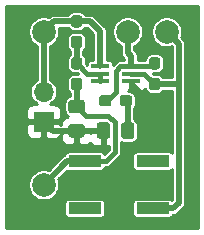
<source format=gbr>
%TF.GenerationSoftware,KiCad,Pcbnew,5.1.6*%
%TF.CreationDate,2020-08-27T23:48:47+02:00*%
%TF.ProjectId,power-toggle-on-hold-off,706f7765-722d-4746-9f67-676c652d6f6e,rev?*%
%TF.SameCoordinates,Original*%
%TF.FileFunction,Copper,L1,Top*%
%TF.FilePolarity,Positive*%
%FSLAX46Y46*%
G04 Gerber Fmt 4.6, Leading zero omitted, Abs format (unit mm)*
G04 Created by KiCad (PCBNEW 5.1.6) date 2020-08-27 23:48:47*
%MOMM*%
%LPD*%
G01*
G04 APERTURE LIST*
%TA.AperFunction,SMDPad,CuDef*%
%ADD10R,1.500000X0.400000*%
%TD*%
%TA.AperFunction,SMDPad,CuDef*%
%ADD11C,2.000000*%
%TD*%
%TA.AperFunction,SMDPad,CuDef*%
%ADD12R,2.750000X1.000000*%
%TD*%
%TA.AperFunction,ComponentPad*%
%ADD13O,1.700000X1.700000*%
%TD*%
%TA.AperFunction,ComponentPad*%
%ADD14R,1.700000X1.700000*%
%TD*%
%TA.AperFunction,Conductor*%
%ADD15C,0.500000*%
%TD*%
%TA.AperFunction,Conductor*%
%ADD16C,0.400000*%
%TD*%
%TA.AperFunction,Conductor*%
%ADD17C,0.254000*%
%TD*%
G04 APERTURE END LIST*
D10*
%TO.P,U1,6*%
%TO.N,Net-(R1-Pad2)*%
X57598000Y-38242000D03*
%TO.P,U1,5*%
X57598000Y-37592000D03*
%TO.P,U1,4*%
%TO.N,VCC*%
X57598000Y-36942000D03*
%TO.P,U1,3*%
%TO.N,Net-(R3-Pad1)*%
X60258000Y-36942000D03*
%TO.P,U1,2*%
%TO.N,Net-(R3-Pad2)*%
X60258000Y-37592000D03*
%TO.P,U1,1*%
%TO.N,GND*%
X60258000Y-38242000D03*
%TD*%
D11*
%TO.P,TP4,1*%
%TO.N,Net-(R3-Pad1)*%
X59944000Y-34036000D03*
%TD*%
%TO.P,TP3,1*%
%TO.N,Net-(R3-Pad2)*%
X63246000Y-34036000D03*
%TD*%
%TO.P,TP2,1*%
%TO.N,Net-(C1-Pad1)*%
X52832000Y-46990000D03*
%TD*%
%TO.P,TP1,1*%
%TO.N,VCC*%
X52832000Y-34036000D03*
%TD*%
D12*
%TO.P,SW1,2*%
%TO.N,Net-(R3-Pad2)*%
X62062000Y-48990000D03*
X56302000Y-48990000D03*
%TO.P,SW1,1*%
%TO.N,Net-(C1-Pad1)*%
X56302000Y-44990000D03*
X62062000Y-44990000D03*
%TD*%
%TO.P,R4,2*%
%TO.N,Net-(D1-Pad2)*%
%TA.AperFunction,SMDPad,CuDef*%
G36*
G01*
X59278000Y-40115500D02*
X59278000Y-39640500D01*
G75*
G02*
X59515500Y-39403000I237500J0D01*
G01*
X60090500Y-39403000D01*
G75*
G02*
X60328000Y-39640500I0J-237500D01*
G01*
X60328000Y-40115500D01*
G75*
G02*
X60090500Y-40353000I-237500J0D01*
G01*
X59515500Y-40353000D01*
G75*
G02*
X59278000Y-40115500I0J237500D01*
G01*
G37*
%TD.AperFunction*%
%TO.P,R4,1*%
%TO.N,Net-(R3-Pad1)*%
%TA.AperFunction,SMDPad,CuDef*%
G36*
G01*
X57528000Y-40115500D02*
X57528000Y-39640500D01*
G75*
G02*
X57765500Y-39403000I237500J0D01*
G01*
X58340500Y-39403000D01*
G75*
G02*
X58578000Y-39640500I0J-237500D01*
G01*
X58578000Y-40115500D01*
G75*
G02*
X58340500Y-40353000I-237500J0D01*
G01*
X57765500Y-40353000D01*
G75*
G02*
X57528000Y-40115500I0J237500D01*
G01*
G37*
%TD.AperFunction*%
%TD*%
%TO.P,R3,2*%
%TO.N,Net-(R3-Pad2)*%
%TA.AperFunction,SMDPad,CuDef*%
G36*
G01*
X61992500Y-37942000D02*
X62467500Y-37942000D01*
G75*
G02*
X62705000Y-38179500I0J-237500D01*
G01*
X62705000Y-38754500D01*
G75*
G02*
X62467500Y-38992000I-237500J0D01*
G01*
X61992500Y-38992000D01*
G75*
G02*
X61755000Y-38754500I0J237500D01*
G01*
X61755000Y-38179500D01*
G75*
G02*
X61992500Y-37942000I237500J0D01*
G01*
G37*
%TD.AperFunction*%
%TO.P,R3,1*%
%TO.N,Net-(R3-Pad1)*%
%TA.AperFunction,SMDPad,CuDef*%
G36*
G01*
X61992500Y-36192000D02*
X62467500Y-36192000D01*
G75*
G02*
X62705000Y-36429500I0J-237500D01*
G01*
X62705000Y-37004500D01*
G75*
G02*
X62467500Y-37242000I-237500J0D01*
G01*
X61992500Y-37242000D01*
G75*
G02*
X61755000Y-37004500I0J237500D01*
G01*
X61755000Y-36429500D01*
G75*
G02*
X61992500Y-36192000I237500J0D01*
G01*
G37*
%TD.AperFunction*%
%TD*%
%TO.P,R2,2*%
%TO.N,Net-(C1-Pad1)*%
%TA.AperFunction,SMDPad,CuDef*%
G36*
G01*
X55388500Y-37942000D02*
X55863500Y-37942000D01*
G75*
G02*
X56101000Y-38179500I0J-237500D01*
G01*
X56101000Y-38754500D01*
G75*
G02*
X55863500Y-38992000I-237500J0D01*
G01*
X55388500Y-38992000D01*
G75*
G02*
X55151000Y-38754500I0J237500D01*
G01*
X55151000Y-38179500D01*
G75*
G02*
X55388500Y-37942000I237500J0D01*
G01*
G37*
%TD.AperFunction*%
%TO.P,R2,1*%
%TO.N,Net-(R1-Pad2)*%
%TA.AperFunction,SMDPad,CuDef*%
G36*
G01*
X55388500Y-36192000D02*
X55863500Y-36192000D01*
G75*
G02*
X56101000Y-36429500I0J-237500D01*
G01*
X56101000Y-37004500D01*
G75*
G02*
X55863500Y-37242000I-237500J0D01*
G01*
X55388500Y-37242000D01*
G75*
G02*
X55151000Y-37004500I0J237500D01*
G01*
X55151000Y-36429500D01*
G75*
G02*
X55388500Y-36192000I237500J0D01*
G01*
G37*
%TD.AperFunction*%
%TD*%
%TO.P,R1,2*%
%TO.N,Net-(R1-Pad2)*%
%TA.AperFunction,SMDPad,CuDef*%
G36*
G01*
X55388500Y-34386000D02*
X55863500Y-34386000D01*
G75*
G02*
X56101000Y-34623500I0J-237500D01*
G01*
X56101000Y-35198500D01*
G75*
G02*
X55863500Y-35436000I-237500J0D01*
G01*
X55388500Y-35436000D01*
G75*
G02*
X55151000Y-35198500I0J237500D01*
G01*
X55151000Y-34623500D01*
G75*
G02*
X55388500Y-34386000I237500J0D01*
G01*
G37*
%TD.AperFunction*%
%TO.P,R1,1*%
%TO.N,VCC*%
%TA.AperFunction,SMDPad,CuDef*%
G36*
G01*
X55388500Y-32636000D02*
X55863500Y-32636000D01*
G75*
G02*
X56101000Y-32873500I0J-237500D01*
G01*
X56101000Y-33448500D01*
G75*
G02*
X55863500Y-33686000I-237500J0D01*
G01*
X55388500Y-33686000D01*
G75*
G02*
X55151000Y-33448500I0J237500D01*
G01*
X55151000Y-32873500D01*
G75*
G02*
X55388500Y-32636000I237500J0D01*
G01*
G37*
%TD.AperFunction*%
%TD*%
D13*
%TO.P,J1,2*%
%TO.N,VCC*%
X52832000Y-39116000D03*
D14*
%TO.P,J1,1*%
%TO.N,GND*%
X52832000Y-41656000D03*
%TD*%
%TO.P,D1,2*%
%TO.N,Net-(D1-Pad2)*%
%TA.AperFunction,SMDPad,CuDef*%
G36*
G01*
X59378000Y-42868001D02*
X59378000Y-41967999D01*
G75*
G02*
X59627999Y-41718000I249999J0D01*
G01*
X60278001Y-41718000D01*
G75*
G02*
X60528000Y-41967999I0J-249999D01*
G01*
X60528000Y-42868001D01*
G75*
G02*
X60278001Y-43118000I-249999J0D01*
G01*
X59627999Y-43118000D01*
G75*
G02*
X59378000Y-42868001I0J249999D01*
G01*
G37*
%TD.AperFunction*%
%TO.P,D1,1*%
%TO.N,GND*%
%TA.AperFunction,SMDPad,CuDef*%
G36*
G01*
X57328000Y-42868001D02*
X57328000Y-41967999D01*
G75*
G02*
X57577999Y-41718000I249999J0D01*
G01*
X58228001Y-41718000D01*
G75*
G02*
X58478000Y-41967999I0J-249999D01*
G01*
X58478000Y-42868001D01*
G75*
G02*
X58228001Y-43118000I-249999J0D01*
G01*
X57577999Y-43118000D01*
G75*
G02*
X57328000Y-42868001I0J249999D01*
G01*
G37*
%TD.AperFunction*%
%TD*%
%TO.P,C1,2*%
%TO.N,GND*%
%TA.AperFunction,SMDPad,CuDef*%
G36*
G01*
X55175999Y-41852000D02*
X56076001Y-41852000D01*
G75*
G02*
X56326000Y-42101999I0J-249999D01*
G01*
X56326000Y-42752001D01*
G75*
G02*
X56076001Y-43002000I-249999J0D01*
G01*
X55175999Y-43002000D01*
G75*
G02*
X54926000Y-42752001I0J249999D01*
G01*
X54926000Y-42101999D01*
G75*
G02*
X55175999Y-41852000I249999J0D01*
G01*
G37*
%TD.AperFunction*%
%TO.P,C1,1*%
%TO.N,Net-(C1-Pad1)*%
%TA.AperFunction,SMDPad,CuDef*%
G36*
G01*
X55175999Y-39802000D02*
X56076001Y-39802000D01*
G75*
G02*
X56326000Y-40051999I0J-249999D01*
G01*
X56326000Y-40702001D01*
G75*
G02*
X56076001Y-40952000I-249999J0D01*
G01*
X55175999Y-40952000D01*
G75*
G02*
X54926000Y-40702001I0J249999D01*
G01*
X54926000Y-40051999D01*
G75*
G02*
X55175999Y-39802000I249999J0D01*
G01*
G37*
%TD.AperFunction*%
%TD*%
D15*
%TO.N,GND*%
X55635000Y-42418000D02*
X55626000Y-42427000D01*
X57903000Y-42418000D02*
X55635000Y-42418000D01*
X53603000Y-42427000D02*
X52832000Y-41656000D01*
X55626000Y-42427000D02*
X53603000Y-42427000D01*
D16*
X51054000Y-41910000D02*
X51308000Y-41656000D01*
X51054000Y-50038000D02*
X51054000Y-41910000D01*
X59182000Y-45274998D02*
X59182000Y-50038000D01*
X61214000Y-43242998D02*
X59182000Y-45274998D01*
X59182000Y-50038000D02*
X51054000Y-50038000D01*
X61214000Y-39370000D02*
X61214000Y-43242998D01*
X60258000Y-38414000D02*
X61214000Y-39370000D01*
X51308000Y-41656000D02*
X52832000Y-41656000D01*
X60258000Y-38242000D02*
X60258000Y-38414000D01*
D15*
%TO.N,Net-(C1-Pad1)*%
X55626000Y-38467000D02*
X55626000Y-40377000D01*
D16*
X56302000Y-44990000D02*
X58134000Y-44990000D01*
X58878010Y-41698754D02*
X58327256Y-41148000D01*
X58878010Y-44245990D02*
X58878010Y-41698754D01*
X58134000Y-44990000D02*
X58878010Y-44245990D01*
X56397000Y-41148000D02*
X55626000Y-40377000D01*
X58327256Y-41148000D02*
X56397000Y-41148000D01*
D15*
X54832000Y-44990000D02*
X52832000Y-46990000D01*
X56302000Y-44990000D02*
X54832000Y-44990000D01*
%TO.N,Net-(D1-Pad2)*%
X59953000Y-40028000D02*
X59803000Y-39878000D01*
X59953000Y-42418000D02*
X59953000Y-40028000D01*
%TO.N,VCC*%
X52832000Y-39116000D02*
X52832000Y-34036000D01*
X53707000Y-33161000D02*
X52832000Y-34036000D01*
X55626000Y-33161000D02*
X53707000Y-33161000D01*
X55626000Y-33161000D02*
X56783000Y-33161000D01*
X57598000Y-33976000D02*
X57598000Y-36942000D01*
X56783000Y-33161000D02*
X57598000Y-33976000D01*
%TO.N,Net-(R1-Pad2)*%
X55626000Y-34911000D02*
X55626000Y-36717000D01*
D16*
X57598000Y-38242000D02*
X57598000Y-37592000D01*
X56501000Y-37592000D02*
X55626000Y-36717000D01*
X57598000Y-37592000D02*
X56501000Y-37592000D01*
%TO.N,Net-(R3-Pad2)*%
X61355000Y-37592000D02*
X62230000Y-38467000D01*
X60258000Y-37592000D02*
X61355000Y-37592000D01*
D15*
X64262000Y-35052000D02*
X63246000Y-34036000D01*
X64262000Y-48514000D02*
X64262000Y-35052000D01*
X63786000Y-48990000D02*
X64262000Y-48514000D01*
X62062000Y-48990000D02*
X63786000Y-48990000D01*
X62230000Y-38467000D02*
X64262000Y-38467000D01*
%TO.N,Net-(R3-Pad1)*%
X59944000Y-34036000D02*
X59944000Y-35814000D01*
X60258000Y-36128000D02*
X60258000Y-36942000D01*
X59944000Y-35814000D02*
X60258000Y-36128000D01*
D16*
X62005000Y-36942000D02*
X62230000Y-36717000D01*
X60258000Y-36942000D02*
X62005000Y-36942000D01*
X60258000Y-36942000D02*
X59324000Y-36942000D01*
X58053000Y-39878000D02*
X58166000Y-39878000D01*
X58166000Y-39878000D02*
X58928000Y-39116000D01*
X58928000Y-37338000D02*
X59324000Y-36942000D01*
X58928000Y-39116000D02*
X58928000Y-37338000D01*
%TD*%
D17*
%TO.N,GND*%
G36*
X65888001Y-50648000D02*
G01*
X49682000Y-50648000D01*
X49682000Y-48490000D01*
X54598418Y-48490000D01*
X54598418Y-49490000D01*
X54604732Y-49554103D01*
X54623430Y-49615743D01*
X54653794Y-49672550D01*
X54694657Y-49722343D01*
X54744450Y-49763206D01*
X54801257Y-49793570D01*
X54862897Y-49812268D01*
X54927000Y-49818582D01*
X57677000Y-49818582D01*
X57741103Y-49812268D01*
X57802743Y-49793570D01*
X57859550Y-49763206D01*
X57909343Y-49722343D01*
X57950206Y-49672550D01*
X57980570Y-49615743D01*
X57999268Y-49554103D01*
X58005582Y-49490000D01*
X58005582Y-48490000D01*
X57999268Y-48425897D01*
X57980570Y-48364257D01*
X57950206Y-48307450D01*
X57909343Y-48257657D01*
X57859550Y-48216794D01*
X57802743Y-48186430D01*
X57741103Y-48167732D01*
X57677000Y-48161418D01*
X54927000Y-48161418D01*
X54862897Y-48167732D01*
X54801257Y-48186430D01*
X54744450Y-48216794D01*
X54694657Y-48257657D01*
X54653794Y-48307450D01*
X54623430Y-48364257D01*
X54604732Y-48425897D01*
X54598418Y-48490000D01*
X49682000Y-48490000D01*
X49682000Y-42506000D01*
X51343928Y-42506000D01*
X51356188Y-42630482D01*
X51392498Y-42750180D01*
X51451463Y-42860494D01*
X51530815Y-42957185D01*
X51627506Y-43036537D01*
X51737820Y-43095502D01*
X51857518Y-43131812D01*
X51982000Y-43144072D01*
X52546250Y-43141000D01*
X52705000Y-42982250D01*
X52705000Y-41783000D01*
X51505750Y-41783000D01*
X51347000Y-41941750D01*
X51343928Y-42506000D01*
X49682000Y-42506000D01*
X49682000Y-40806000D01*
X51343928Y-40806000D01*
X51347000Y-41370250D01*
X51505750Y-41529000D01*
X52705000Y-41529000D01*
X52705000Y-41509000D01*
X52959000Y-41509000D01*
X52959000Y-41529000D01*
X54158250Y-41529000D01*
X54317000Y-41370250D01*
X54320072Y-40806000D01*
X54307812Y-40681518D01*
X54271502Y-40561820D01*
X54212537Y-40451506D01*
X54133185Y-40354815D01*
X54036494Y-40275463D01*
X53926180Y-40216498D01*
X53806482Y-40180188D01*
X53682000Y-40167928D01*
X53363890Y-40169660D01*
X53389519Y-40159044D01*
X53582294Y-40030236D01*
X53746236Y-39866294D01*
X53875044Y-39673519D01*
X53963769Y-39459318D01*
X54009000Y-39231924D01*
X54009000Y-39000076D01*
X53963769Y-38772682D01*
X53875044Y-38558481D01*
X53746236Y-38365706D01*
X53582294Y-38201764D01*
X53409000Y-38085973D01*
X53409000Y-35233333D01*
X53460570Y-35211972D01*
X53677913Y-35066748D01*
X53862748Y-34881913D01*
X54007972Y-34664570D01*
X54108004Y-34423072D01*
X54159000Y-34166698D01*
X54159000Y-33905302D01*
X54125722Y-33738000D01*
X54904458Y-33738000D01*
X54917820Y-33762998D01*
X54988220Y-33848780D01*
X55074002Y-33919180D01*
X55171870Y-33971492D01*
X55278063Y-34003705D01*
X55388500Y-34014582D01*
X55863500Y-34014582D01*
X55973937Y-34003705D01*
X56080130Y-33971492D01*
X56177998Y-33919180D01*
X56263780Y-33848780D01*
X56334180Y-33762998D01*
X56347542Y-33738000D01*
X56543999Y-33738000D01*
X57021000Y-34215002D01*
X57021001Y-36413418D01*
X56848000Y-36413418D01*
X56783897Y-36419732D01*
X56722257Y-36438430D01*
X56665450Y-36468794D01*
X56615657Y-36509657D01*
X56574794Y-36559450D01*
X56544430Y-36616257D01*
X56525732Y-36677897D01*
X56519418Y-36742000D01*
X56519418Y-36865128D01*
X56429582Y-36775293D01*
X56429582Y-36429500D01*
X56418705Y-36319063D01*
X56386492Y-36212870D01*
X56334180Y-36115002D01*
X56263780Y-36029220D01*
X56203000Y-35979339D01*
X56203000Y-35648661D01*
X56263780Y-35598780D01*
X56334180Y-35512998D01*
X56386492Y-35415130D01*
X56418705Y-35308937D01*
X56429582Y-35198500D01*
X56429582Y-34623500D01*
X56418705Y-34513063D01*
X56386492Y-34406870D01*
X56334180Y-34309002D01*
X56263780Y-34223220D01*
X56177998Y-34152820D01*
X56080130Y-34100508D01*
X55973937Y-34068295D01*
X55863500Y-34057418D01*
X55388500Y-34057418D01*
X55278063Y-34068295D01*
X55171870Y-34100508D01*
X55074002Y-34152820D01*
X54988220Y-34223220D01*
X54917820Y-34309002D01*
X54865508Y-34406870D01*
X54833295Y-34513063D01*
X54822418Y-34623500D01*
X54822418Y-35198500D01*
X54833295Y-35308937D01*
X54865508Y-35415130D01*
X54917820Y-35512998D01*
X54988220Y-35598780D01*
X55049000Y-35648662D01*
X55049001Y-35979338D01*
X54988220Y-36029220D01*
X54917820Y-36115002D01*
X54865508Y-36212870D01*
X54833295Y-36319063D01*
X54822418Y-36429500D01*
X54822418Y-37004500D01*
X54833295Y-37114937D01*
X54865508Y-37221130D01*
X54917820Y-37318998D01*
X54988220Y-37404780D01*
X55074002Y-37475180D01*
X55171870Y-37527492D01*
X55278063Y-37559705D01*
X55388500Y-37570582D01*
X55734292Y-37570582D01*
X55777128Y-37613418D01*
X55388500Y-37613418D01*
X55278063Y-37624295D01*
X55171870Y-37656508D01*
X55074002Y-37708820D01*
X54988220Y-37779220D01*
X54917820Y-37865002D01*
X54865508Y-37962870D01*
X54833295Y-38069063D01*
X54822418Y-38179500D01*
X54822418Y-38754500D01*
X54833295Y-38864937D01*
X54865508Y-38971130D01*
X54917820Y-39068998D01*
X54988220Y-39154780D01*
X55049000Y-39204662D01*
X55049001Y-39488819D01*
X54954586Y-39517460D01*
X54854557Y-39570926D01*
X54766880Y-39642880D01*
X54694926Y-39730557D01*
X54641460Y-39830586D01*
X54608535Y-39939123D01*
X54597418Y-40051999D01*
X54597418Y-40702001D01*
X54608535Y-40814877D01*
X54641460Y-40923414D01*
X54694926Y-41023443D01*
X54766880Y-41111120D01*
X54854557Y-41183074D01*
X54914416Y-41215069D01*
X54801518Y-41226188D01*
X54681820Y-41262498D01*
X54571506Y-41321463D01*
X54474815Y-41400815D01*
X54395463Y-41497506D01*
X54336498Y-41607820D01*
X54300188Y-41727518D01*
X54287928Y-41852000D01*
X54288579Y-41913329D01*
X54158250Y-41783000D01*
X52959000Y-41783000D01*
X52959000Y-42982250D01*
X53117750Y-43141000D01*
X53682000Y-43144072D01*
X53806482Y-43131812D01*
X53926180Y-43095502D01*
X54036494Y-43036537D01*
X54133185Y-42957185D01*
X54212537Y-42860494D01*
X54271502Y-42750180D01*
X54307812Y-42630482D01*
X54315344Y-42554002D01*
X54449748Y-42554002D01*
X54291000Y-42712750D01*
X54287928Y-43002000D01*
X54300188Y-43126482D01*
X54336498Y-43246180D01*
X54395463Y-43356494D01*
X54474815Y-43453185D01*
X54571506Y-43532537D01*
X54681820Y-43591502D01*
X54801518Y-43627812D01*
X54926000Y-43640072D01*
X55340250Y-43637000D01*
X55499000Y-43478250D01*
X55499000Y-42554000D01*
X55753000Y-42554000D01*
X55753000Y-43478250D01*
X55911750Y-43637000D01*
X56326000Y-43640072D01*
X56450482Y-43627812D01*
X56570180Y-43591502D01*
X56680494Y-43532537D01*
X56777185Y-43453185D01*
X56783215Y-43445838D01*
X56797463Y-43472494D01*
X56876815Y-43569185D01*
X56973506Y-43648537D01*
X57083820Y-43707502D01*
X57203518Y-43743812D01*
X57328000Y-43756072D01*
X57617250Y-43753000D01*
X57776000Y-43594250D01*
X57776000Y-42545000D01*
X56851750Y-42545000D01*
X56822500Y-42574250D01*
X56802250Y-42554000D01*
X55753000Y-42554000D01*
X55499000Y-42554000D01*
X55479000Y-42554000D01*
X55479000Y-42300000D01*
X55499000Y-42300000D01*
X55499000Y-42280000D01*
X55753000Y-42280000D01*
X55753000Y-42300000D01*
X56802250Y-42300000D01*
X56831500Y-42270750D01*
X56851750Y-42291000D01*
X57776000Y-42291000D01*
X57776000Y-42271000D01*
X58030000Y-42271000D01*
X58030000Y-42291000D01*
X58050000Y-42291000D01*
X58050000Y-42545000D01*
X58030000Y-42545000D01*
X58030000Y-43594250D01*
X58188750Y-43753000D01*
X58351010Y-43754723D01*
X58351010Y-44027700D01*
X57988456Y-44390255D01*
X57980570Y-44364257D01*
X57950206Y-44307450D01*
X57909343Y-44257657D01*
X57859550Y-44216794D01*
X57802743Y-44186430D01*
X57741103Y-44167732D01*
X57677000Y-44161418D01*
X54927000Y-44161418D01*
X54862897Y-44167732D01*
X54801257Y-44186430D01*
X54744450Y-44216794D01*
X54694657Y-44257657D01*
X54653794Y-44307450D01*
X54623430Y-44364257D01*
X54604732Y-44425897D01*
X54601475Y-44458966D01*
X54509885Y-44507921D01*
X54470563Y-44540192D01*
X54444035Y-44561963D01*
X54444033Y-44561965D01*
X54422026Y-44580026D01*
X54403965Y-44602033D01*
X53270642Y-45735357D01*
X53219072Y-45713996D01*
X52962698Y-45663000D01*
X52701302Y-45663000D01*
X52444928Y-45713996D01*
X52203430Y-45814028D01*
X51986087Y-45959252D01*
X51801252Y-46144087D01*
X51656028Y-46361430D01*
X51555996Y-46602928D01*
X51505000Y-46859302D01*
X51505000Y-47120698D01*
X51555996Y-47377072D01*
X51656028Y-47618570D01*
X51801252Y-47835913D01*
X51986087Y-48020748D01*
X52203430Y-48165972D01*
X52444928Y-48266004D01*
X52701302Y-48317000D01*
X52962698Y-48317000D01*
X53219072Y-48266004D01*
X53460570Y-48165972D01*
X53677913Y-48020748D01*
X53862748Y-47835913D01*
X54007972Y-47618570D01*
X54108004Y-47377072D01*
X54159000Y-47120698D01*
X54159000Y-46859302D01*
X54108004Y-46602928D01*
X54086643Y-46551358D01*
X54834383Y-45803619D01*
X54862897Y-45812268D01*
X54927000Y-45818582D01*
X57677000Y-45818582D01*
X57741103Y-45812268D01*
X57802743Y-45793570D01*
X57859550Y-45763206D01*
X57909343Y-45722343D01*
X57950206Y-45672550D01*
X57980570Y-45615743D01*
X57999268Y-45554103D01*
X58002923Y-45517000D01*
X58108119Y-45517000D01*
X58134000Y-45519549D01*
X58159881Y-45517000D01*
X58237310Y-45509374D01*
X58336650Y-45479239D01*
X58428202Y-45430304D01*
X58508448Y-45364448D01*
X58524955Y-45344334D01*
X59232349Y-44636941D01*
X59252458Y-44620438D01*
X59318314Y-44540192D01*
X59367249Y-44448640D01*
X59397384Y-44349300D01*
X59405010Y-44271871D01*
X59405010Y-44271870D01*
X59407559Y-44245991D01*
X59405010Y-44220110D01*
X59405010Y-43401698D01*
X59406586Y-43402540D01*
X59515123Y-43435465D01*
X59627999Y-43446582D01*
X60278001Y-43446582D01*
X60390877Y-43435465D01*
X60499414Y-43402540D01*
X60599443Y-43349074D01*
X60687120Y-43277120D01*
X60759074Y-43189443D01*
X60812540Y-43089414D01*
X60845465Y-42980877D01*
X60856582Y-42868001D01*
X60856582Y-41967999D01*
X60845465Y-41855123D01*
X60812540Y-41746586D01*
X60759074Y-41646557D01*
X60687120Y-41558880D01*
X60599443Y-41486926D01*
X60530000Y-41449808D01*
X60530000Y-40467991D01*
X60561180Y-40429998D01*
X60613492Y-40332130D01*
X60645705Y-40225937D01*
X60656582Y-40115500D01*
X60656582Y-39640500D01*
X60645705Y-39530063D01*
X60613492Y-39423870D01*
X60561180Y-39326002D01*
X60490780Y-39240220D01*
X60404998Y-39169820D01*
X60307130Y-39117508D01*
X60200937Y-39085295D01*
X60090500Y-39074418D01*
X59974832Y-39074418D01*
X60131000Y-38918250D01*
X60131000Y-38315000D01*
X60111000Y-38315000D01*
X60111000Y-38169000D01*
X60131000Y-38169000D01*
X60131000Y-38120582D01*
X60385000Y-38120582D01*
X60385000Y-38169000D01*
X60405000Y-38169000D01*
X60405000Y-38315000D01*
X60385000Y-38315000D01*
X60385000Y-38918250D01*
X60543750Y-39077000D01*
X60998512Y-39080001D01*
X61123162Y-39069593D01*
X61243387Y-39035067D01*
X61354566Y-38977750D01*
X61448767Y-38902757D01*
X61469508Y-38971130D01*
X61521820Y-39068998D01*
X61592220Y-39154780D01*
X61678002Y-39225180D01*
X61775870Y-39277492D01*
X61882063Y-39309705D01*
X61992500Y-39320582D01*
X62467500Y-39320582D01*
X62577937Y-39309705D01*
X62684130Y-39277492D01*
X62781998Y-39225180D01*
X62867780Y-39154780D01*
X62938180Y-39068998D01*
X62951542Y-39044000D01*
X63685001Y-39044000D01*
X63685000Y-44276736D01*
X63669343Y-44257657D01*
X63619550Y-44216794D01*
X63562743Y-44186430D01*
X63501103Y-44167732D01*
X63437000Y-44161418D01*
X60687000Y-44161418D01*
X60622897Y-44167732D01*
X60561257Y-44186430D01*
X60504450Y-44216794D01*
X60454657Y-44257657D01*
X60413794Y-44307450D01*
X60383430Y-44364257D01*
X60364732Y-44425897D01*
X60358418Y-44490000D01*
X60358418Y-45490000D01*
X60364732Y-45554103D01*
X60383430Y-45615743D01*
X60413794Y-45672550D01*
X60454657Y-45722343D01*
X60504450Y-45763206D01*
X60561257Y-45793570D01*
X60622897Y-45812268D01*
X60687000Y-45818582D01*
X63437000Y-45818582D01*
X63501103Y-45812268D01*
X63562743Y-45793570D01*
X63619550Y-45763206D01*
X63669343Y-45722343D01*
X63685000Y-45703264D01*
X63685000Y-48274999D01*
X63684217Y-48275782D01*
X63669343Y-48257657D01*
X63619550Y-48216794D01*
X63562743Y-48186430D01*
X63501103Y-48167732D01*
X63437000Y-48161418D01*
X60687000Y-48161418D01*
X60622897Y-48167732D01*
X60561257Y-48186430D01*
X60504450Y-48216794D01*
X60454657Y-48257657D01*
X60413794Y-48307450D01*
X60383430Y-48364257D01*
X60364732Y-48425897D01*
X60358418Y-48490000D01*
X60358418Y-49490000D01*
X60364732Y-49554103D01*
X60383430Y-49615743D01*
X60413794Y-49672550D01*
X60454657Y-49722343D01*
X60504450Y-49763206D01*
X60561257Y-49793570D01*
X60622897Y-49812268D01*
X60687000Y-49818582D01*
X63437000Y-49818582D01*
X63501103Y-49812268D01*
X63562743Y-49793570D01*
X63619550Y-49763206D01*
X63669343Y-49722343D01*
X63710206Y-49672550D01*
X63740570Y-49615743D01*
X63755356Y-49567000D01*
X63757669Y-49567000D01*
X63786000Y-49569790D01*
X63814331Y-49567000D01*
X63814336Y-49567000D01*
X63844045Y-49564074D01*
X63899111Y-49558651D01*
X63943770Y-49545103D01*
X64007876Y-49525657D01*
X64108115Y-49472079D01*
X64195974Y-49399974D01*
X64214039Y-49377962D01*
X64649963Y-48942038D01*
X64671974Y-48923974D01*
X64744079Y-48836115D01*
X64797657Y-48735876D01*
X64811204Y-48691218D01*
X64830651Y-48627112D01*
X64841791Y-48514000D01*
X64839000Y-48485661D01*
X64839000Y-38495336D01*
X64841791Y-38467000D01*
X64839000Y-38438664D01*
X64839000Y-35080331D01*
X64841790Y-35052000D01*
X64830651Y-34938888D01*
X64811204Y-34874782D01*
X64797657Y-34830124D01*
X64744079Y-34729885D01*
X64671974Y-34642026D01*
X64649967Y-34623965D01*
X64500643Y-34474641D01*
X64522004Y-34423072D01*
X64573000Y-34166698D01*
X64573000Y-33905302D01*
X64522004Y-33648928D01*
X64421972Y-33407430D01*
X64276748Y-33190087D01*
X64091913Y-33005252D01*
X63874570Y-32860028D01*
X63633072Y-32759996D01*
X63376698Y-32709000D01*
X63115302Y-32709000D01*
X62858928Y-32759996D01*
X62617430Y-32860028D01*
X62400087Y-33005252D01*
X62215252Y-33190087D01*
X62070028Y-33407430D01*
X61969996Y-33648928D01*
X61919000Y-33905302D01*
X61919000Y-34166698D01*
X61969996Y-34423072D01*
X62070028Y-34664570D01*
X62215252Y-34881913D01*
X62400087Y-35066748D01*
X62617430Y-35211972D01*
X62858928Y-35312004D01*
X63115302Y-35363000D01*
X63376698Y-35363000D01*
X63633072Y-35312004D01*
X63684641Y-35290643D01*
X63685001Y-35291003D01*
X63685001Y-37890000D01*
X62951542Y-37890000D01*
X62938180Y-37865002D01*
X62867780Y-37779220D01*
X62781998Y-37708820D01*
X62684130Y-37656508D01*
X62577937Y-37624295D01*
X62467500Y-37613418D01*
X62121707Y-37613418D01*
X62078871Y-37570582D01*
X62467500Y-37570582D01*
X62577937Y-37559705D01*
X62684130Y-37527492D01*
X62781998Y-37475180D01*
X62867780Y-37404780D01*
X62938180Y-37318998D01*
X62990492Y-37221130D01*
X63022705Y-37114937D01*
X63033582Y-37004500D01*
X63033582Y-36429500D01*
X63022705Y-36319063D01*
X62990492Y-36212870D01*
X62938180Y-36115002D01*
X62867780Y-36029220D01*
X62781998Y-35958820D01*
X62684130Y-35906508D01*
X62577937Y-35874295D01*
X62467500Y-35863418D01*
X61992500Y-35863418D01*
X61882063Y-35874295D01*
X61775870Y-35906508D01*
X61678002Y-35958820D01*
X61592220Y-36029220D01*
X61521820Y-36115002D01*
X61469508Y-36212870D01*
X61437295Y-36319063D01*
X61427846Y-36415000D01*
X61024061Y-36415000D01*
X61008000Y-36413418D01*
X60835000Y-36413418D01*
X60835000Y-36156328D01*
X60837790Y-36127999D01*
X60835000Y-36099670D01*
X60835000Y-36099664D01*
X60826650Y-36014888D01*
X60793657Y-35906124D01*
X60740079Y-35805885D01*
X60667974Y-35718026D01*
X60645963Y-35699962D01*
X60521000Y-35574999D01*
X60521000Y-35233333D01*
X60572570Y-35211972D01*
X60789913Y-35066748D01*
X60974748Y-34881913D01*
X61119972Y-34664570D01*
X61220004Y-34423072D01*
X61271000Y-34166698D01*
X61271000Y-33905302D01*
X61220004Y-33648928D01*
X61119972Y-33407430D01*
X60974748Y-33190087D01*
X60789913Y-33005252D01*
X60572570Y-32860028D01*
X60331072Y-32759996D01*
X60074698Y-32709000D01*
X59813302Y-32709000D01*
X59556928Y-32759996D01*
X59315430Y-32860028D01*
X59098087Y-33005252D01*
X58913252Y-33190087D01*
X58768028Y-33407430D01*
X58667996Y-33648928D01*
X58617000Y-33905302D01*
X58617000Y-34166698D01*
X58667996Y-34423072D01*
X58768028Y-34664570D01*
X58913252Y-34881913D01*
X59098087Y-35066748D01*
X59315430Y-35211972D01*
X59367001Y-35233333D01*
X59367001Y-35785659D01*
X59364210Y-35814000D01*
X59375349Y-35927111D01*
X59406325Y-36029220D01*
X59408344Y-36035876D01*
X59461922Y-36136115D01*
X59492840Y-36173788D01*
X59515963Y-36201964D01*
X59515966Y-36201967D01*
X59534027Y-36223974D01*
X59556034Y-36242035D01*
X59681000Y-36367001D01*
X59681000Y-36413418D01*
X59508000Y-36413418D01*
X59491939Y-36415000D01*
X59349881Y-36415000D01*
X59324000Y-36412451D01*
X59298119Y-36415000D01*
X59220690Y-36422626D01*
X59121350Y-36452761D01*
X59029798Y-36501696D01*
X58949552Y-36567552D01*
X58933053Y-36587656D01*
X58676582Y-36844128D01*
X58676582Y-36742000D01*
X58670268Y-36677897D01*
X58651570Y-36616257D01*
X58621206Y-36559450D01*
X58580343Y-36509657D01*
X58530550Y-36468794D01*
X58473743Y-36438430D01*
X58412103Y-36419732D01*
X58348000Y-36413418D01*
X58175000Y-36413418D01*
X58175000Y-34004328D01*
X58177790Y-33975999D01*
X58175000Y-33947670D01*
X58175000Y-33947664D01*
X58166650Y-33862888D01*
X58133657Y-33754124D01*
X58080079Y-33653885D01*
X58007974Y-33566026D01*
X57985968Y-33547966D01*
X57211039Y-32773038D01*
X57192974Y-32751026D01*
X57105115Y-32678921D01*
X57004876Y-32625343D01*
X56940770Y-32605897D01*
X56896111Y-32592349D01*
X56841045Y-32586926D01*
X56811336Y-32584000D01*
X56811331Y-32584000D01*
X56783000Y-32581210D01*
X56754669Y-32584000D01*
X56347542Y-32584000D01*
X56334180Y-32559002D01*
X56263780Y-32473220D01*
X56177998Y-32402820D01*
X56080130Y-32350508D01*
X55973937Y-32318295D01*
X55863500Y-32307418D01*
X55388500Y-32307418D01*
X55278063Y-32318295D01*
X55171870Y-32350508D01*
X55074002Y-32402820D01*
X54988220Y-32473220D01*
X54917820Y-32559002D01*
X54904458Y-32584000D01*
X53735331Y-32584000D01*
X53707000Y-32581210D01*
X53678669Y-32584000D01*
X53678664Y-32584000D01*
X53651886Y-32586637D01*
X53593888Y-32592349D01*
X53529782Y-32611796D01*
X53485124Y-32625343D01*
X53384885Y-32678921D01*
X53297026Y-32751026D01*
X53278961Y-32773038D01*
X53270642Y-32781357D01*
X53219072Y-32759996D01*
X52962698Y-32709000D01*
X52701302Y-32709000D01*
X52444928Y-32759996D01*
X52203430Y-32860028D01*
X51986087Y-33005252D01*
X51801252Y-33190087D01*
X51656028Y-33407430D01*
X51555996Y-33648928D01*
X51505000Y-33905302D01*
X51505000Y-34166698D01*
X51555996Y-34423072D01*
X51656028Y-34664570D01*
X51801252Y-34881913D01*
X51986087Y-35066748D01*
X52203430Y-35211972D01*
X52255001Y-35233333D01*
X52255000Y-38085973D01*
X52081706Y-38201764D01*
X51917764Y-38365706D01*
X51788956Y-38558481D01*
X51700231Y-38772682D01*
X51655000Y-39000076D01*
X51655000Y-39231924D01*
X51700231Y-39459318D01*
X51788956Y-39673519D01*
X51917764Y-39866294D01*
X52081706Y-40030236D01*
X52274481Y-40159044D01*
X52300110Y-40169660D01*
X51982000Y-40167928D01*
X51857518Y-40180188D01*
X51737820Y-40216498D01*
X51627506Y-40275463D01*
X51530815Y-40354815D01*
X51451463Y-40451506D01*
X51392498Y-40561820D01*
X51356188Y-40681518D01*
X51343928Y-40806000D01*
X49682000Y-40806000D01*
X49682000Y-31902000D01*
X65888000Y-31902000D01*
X65888001Y-50648000D01*
G37*
X65888001Y-50648000D02*
X49682000Y-50648000D01*
X49682000Y-48490000D01*
X54598418Y-48490000D01*
X54598418Y-49490000D01*
X54604732Y-49554103D01*
X54623430Y-49615743D01*
X54653794Y-49672550D01*
X54694657Y-49722343D01*
X54744450Y-49763206D01*
X54801257Y-49793570D01*
X54862897Y-49812268D01*
X54927000Y-49818582D01*
X57677000Y-49818582D01*
X57741103Y-49812268D01*
X57802743Y-49793570D01*
X57859550Y-49763206D01*
X57909343Y-49722343D01*
X57950206Y-49672550D01*
X57980570Y-49615743D01*
X57999268Y-49554103D01*
X58005582Y-49490000D01*
X58005582Y-48490000D01*
X57999268Y-48425897D01*
X57980570Y-48364257D01*
X57950206Y-48307450D01*
X57909343Y-48257657D01*
X57859550Y-48216794D01*
X57802743Y-48186430D01*
X57741103Y-48167732D01*
X57677000Y-48161418D01*
X54927000Y-48161418D01*
X54862897Y-48167732D01*
X54801257Y-48186430D01*
X54744450Y-48216794D01*
X54694657Y-48257657D01*
X54653794Y-48307450D01*
X54623430Y-48364257D01*
X54604732Y-48425897D01*
X54598418Y-48490000D01*
X49682000Y-48490000D01*
X49682000Y-42506000D01*
X51343928Y-42506000D01*
X51356188Y-42630482D01*
X51392498Y-42750180D01*
X51451463Y-42860494D01*
X51530815Y-42957185D01*
X51627506Y-43036537D01*
X51737820Y-43095502D01*
X51857518Y-43131812D01*
X51982000Y-43144072D01*
X52546250Y-43141000D01*
X52705000Y-42982250D01*
X52705000Y-41783000D01*
X51505750Y-41783000D01*
X51347000Y-41941750D01*
X51343928Y-42506000D01*
X49682000Y-42506000D01*
X49682000Y-40806000D01*
X51343928Y-40806000D01*
X51347000Y-41370250D01*
X51505750Y-41529000D01*
X52705000Y-41529000D01*
X52705000Y-41509000D01*
X52959000Y-41509000D01*
X52959000Y-41529000D01*
X54158250Y-41529000D01*
X54317000Y-41370250D01*
X54320072Y-40806000D01*
X54307812Y-40681518D01*
X54271502Y-40561820D01*
X54212537Y-40451506D01*
X54133185Y-40354815D01*
X54036494Y-40275463D01*
X53926180Y-40216498D01*
X53806482Y-40180188D01*
X53682000Y-40167928D01*
X53363890Y-40169660D01*
X53389519Y-40159044D01*
X53582294Y-40030236D01*
X53746236Y-39866294D01*
X53875044Y-39673519D01*
X53963769Y-39459318D01*
X54009000Y-39231924D01*
X54009000Y-39000076D01*
X53963769Y-38772682D01*
X53875044Y-38558481D01*
X53746236Y-38365706D01*
X53582294Y-38201764D01*
X53409000Y-38085973D01*
X53409000Y-35233333D01*
X53460570Y-35211972D01*
X53677913Y-35066748D01*
X53862748Y-34881913D01*
X54007972Y-34664570D01*
X54108004Y-34423072D01*
X54159000Y-34166698D01*
X54159000Y-33905302D01*
X54125722Y-33738000D01*
X54904458Y-33738000D01*
X54917820Y-33762998D01*
X54988220Y-33848780D01*
X55074002Y-33919180D01*
X55171870Y-33971492D01*
X55278063Y-34003705D01*
X55388500Y-34014582D01*
X55863500Y-34014582D01*
X55973937Y-34003705D01*
X56080130Y-33971492D01*
X56177998Y-33919180D01*
X56263780Y-33848780D01*
X56334180Y-33762998D01*
X56347542Y-33738000D01*
X56543999Y-33738000D01*
X57021000Y-34215002D01*
X57021001Y-36413418D01*
X56848000Y-36413418D01*
X56783897Y-36419732D01*
X56722257Y-36438430D01*
X56665450Y-36468794D01*
X56615657Y-36509657D01*
X56574794Y-36559450D01*
X56544430Y-36616257D01*
X56525732Y-36677897D01*
X56519418Y-36742000D01*
X56519418Y-36865128D01*
X56429582Y-36775293D01*
X56429582Y-36429500D01*
X56418705Y-36319063D01*
X56386492Y-36212870D01*
X56334180Y-36115002D01*
X56263780Y-36029220D01*
X56203000Y-35979339D01*
X56203000Y-35648661D01*
X56263780Y-35598780D01*
X56334180Y-35512998D01*
X56386492Y-35415130D01*
X56418705Y-35308937D01*
X56429582Y-35198500D01*
X56429582Y-34623500D01*
X56418705Y-34513063D01*
X56386492Y-34406870D01*
X56334180Y-34309002D01*
X56263780Y-34223220D01*
X56177998Y-34152820D01*
X56080130Y-34100508D01*
X55973937Y-34068295D01*
X55863500Y-34057418D01*
X55388500Y-34057418D01*
X55278063Y-34068295D01*
X55171870Y-34100508D01*
X55074002Y-34152820D01*
X54988220Y-34223220D01*
X54917820Y-34309002D01*
X54865508Y-34406870D01*
X54833295Y-34513063D01*
X54822418Y-34623500D01*
X54822418Y-35198500D01*
X54833295Y-35308937D01*
X54865508Y-35415130D01*
X54917820Y-35512998D01*
X54988220Y-35598780D01*
X55049000Y-35648662D01*
X55049001Y-35979338D01*
X54988220Y-36029220D01*
X54917820Y-36115002D01*
X54865508Y-36212870D01*
X54833295Y-36319063D01*
X54822418Y-36429500D01*
X54822418Y-37004500D01*
X54833295Y-37114937D01*
X54865508Y-37221130D01*
X54917820Y-37318998D01*
X54988220Y-37404780D01*
X55074002Y-37475180D01*
X55171870Y-37527492D01*
X55278063Y-37559705D01*
X55388500Y-37570582D01*
X55734292Y-37570582D01*
X55777128Y-37613418D01*
X55388500Y-37613418D01*
X55278063Y-37624295D01*
X55171870Y-37656508D01*
X55074002Y-37708820D01*
X54988220Y-37779220D01*
X54917820Y-37865002D01*
X54865508Y-37962870D01*
X54833295Y-38069063D01*
X54822418Y-38179500D01*
X54822418Y-38754500D01*
X54833295Y-38864937D01*
X54865508Y-38971130D01*
X54917820Y-39068998D01*
X54988220Y-39154780D01*
X55049000Y-39204662D01*
X55049001Y-39488819D01*
X54954586Y-39517460D01*
X54854557Y-39570926D01*
X54766880Y-39642880D01*
X54694926Y-39730557D01*
X54641460Y-39830586D01*
X54608535Y-39939123D01*
X54597418Y-40051999D01*
X54597418Y-40702001D01*
X54608535Y-40814877D01*
X54641460Y-40923414D01*
X54694926Y-41023443D01*
X54766880Y-41111120D01*
X54854557Y-41183074D01*
X54914416Y-41215069D01*
X54801518Y-41226188D01*
X54681820Y-41262498D01*
X54571506Y-41321463D01*
X54474815Y-41400815D01*
X54395463Y-41497506D01*
X54336498Y-41607820D01*
X54300188Y-41727518D01*
X54287928Y-41852000D01*
X54288579Y-41913329D01*
X54158250Y-41783000D01*
X52959000Y-41783000D01*
X52959000Y-42982250D01*
X53117750Y-43141000D01*
X53682000Y-43144072D01*
X53806482Y-43131812D01*
X53926180Y-43095502D01*
X54036494Y-43036537D01*
X54133185Y-42957185D01*
X54212537Y-42860494D01*
X54271502Y-42750180D01*
X54307812Y-42630482D01*
X54315344Y-42554002D01*
X54449748Y-42554002D01*
X54291000Y-42712750D01*
X54287928Y-43002000D01*
X54300188Y-43126482D01*
X54336498Y-43246180D01*
X54395463Y-43356494D01*
X54474815Y-43453185D01*
X54571506Y-43532537D01*
X54681820Y-43591502D01*
X54801518Y-43627812D01*
X54926000Y-43640072D01*
X55340250Y-43637000D01*
X55499000Y-43478250D01*
X55499000Y-42554000D01*
X55753000Y-42554000D01*
X55753000Y-43478250D01*
X55911750Y-43637000D01*
X56326000Y-43640072D01*
X56450482Y-43627812D01*
X56570180Y-43591502D01*
X56680494Y-43532537D01*
X56777185Y-43453185D01*
X56783215Y-43445838D01*
X56797463Y-43472494D01*
X56876815Y-43569185D01*
X56973506Y-43648537D01*
X57083820Y-43707502D01*
X57203518Y-43743812D01*
X57328000Y-43756072D01*
X57617250Y-43753000D01*
X57776000Y-43594250D01*
X57776000Y-42545000D01*
X56851750Y-42545000D01*
X56822500Y-42574250D01*
X56802250Y-42554000D01*
X55753000Y-42554000D01*
X55499000Y-42554000D01*
X55479000Y-42554000D01*
X55479000Y-42300000D01*
X55499000Y-42300000D01*
X55499000Y-42280000D01*
X55753000Y-42280000D01*
X55753000Y-42300000D01*
X56802250Y-42300000D01*
X56831500Y-42270750D01*
X56851750Y-42291000D01*
X57776000Y-42291000D01*
X57776000Y-42271000D01*
X58030000Y-42271000D01*
X58030000Y-42291000D01*
X58050000Y-42291000D01*
X58050000Y-42545000D01*
X58030000Y-42545000D01*
X58030000Y-43594250D01*
X58188750Y-43753000D01*
X58351010Y-43754723D01*
X58351010Y-44027700D01*
X57988456Y-44390255D01*
X57980570Y-44364257D01*
X57950206Y-44307450D01*
X57909343Y-44257657D01*
X57859550Y-44216794D01*
X57802743Y-44186430D01*
X57741103Y-44167732D01*
X57677000Y-44161418D01*
X54927000Y-44161418D01*
X54862897Y-44167732D01*
X54801257Y-44186430D01*
X54744450Y-44216794D01*
X54694657Y-44257657D01*
X54653794Y-44307450D01*
X54623430Y-44364257D01*
X54604732Y-44425897D01*
X54601475Y-44458966D01*
X54509885Y-44507921D01*
X54470563Y-44540192D01*
X54444035Y-44561963D01*
X54444033Y-44561965D01*
X54422026Y-44580026D01*
X54403965Y-44602033D01*
X53270642Y-45735357D01*
X53219072Y-45713996D01*
X52962698Y-45663000D01*
X52701302Y-45663000D01*
X52444928Y-45713996D01*
X52203430Y-45814028D01*
X51986087Y-45959252D01*
X51801252Y-46144087D01*
X51656028Y-46361430D01*
X51555996Y-46602928D01*
X51505000Y-46859302D01*
X51505000Y-47120698D01*
X51555996Y-47377072D01*
X51656028Y-47618570D01*
X51801252Y-47835913D01*
X51986087Y-48020748D01*
X52203430Y-48165972D01*
X52444928Y-48266004D01*
X52701302Y-48317000D01*
X52962698Y-48317000D01*
X53219072Y-48266004D01*
X53460570Y-48165972D01*
X53677913Y-48020748D01*
X53862748Y-47835913D01*
X54007972Y-47618570D01*
X54108004Y-47377072D01*
X54159000Y-47120698D01*
X54159000Y-46859302D01*
X54108004Y-46602928D01*
X54086643Y-46551358D01*
X54834383Y-45803619D01*
X54862897Y-45812268D01*
X54927000Y-45818582D01*
X57677000Y-45818582D01*
X57741103Y-45812268D01*
X57802743Y-45793570D01*
X57859550Y-45763206D01*
X57909343Y-45722343D01*
X57950206Y-45672550D01*
X57980570Y-45615743D01*
X57999268Y-45554103D01*
X58002923Y-45517000D01*
X58108119Y-45517000D01*
X58134000Y-45519549D01*
X58159881Y-45517000D01*
X58237310Y-45509374D01*
X58336650Y-45479239D01*
X58428202Y-45430304D01*
X58508448Y-45364448D01*
X58524955Y-45344334D01*
X59232349Y-44636941D01*
X59252458Y-44620438D01*
X59318314Y-44540192D01*
X59367249Y-44448640D01*
X59397384Y-44349300D01*
X59405010Y-44271871D01*
X59405010Y-44271870D01*
X59407559Y-44245991D01*
X59405010Y-44220110D01*
X59405010Y-43401698D01*
X59406586Y-43402540D01*
X59515123Y-43435465D01*
X59627999Y-43446582D01*
X60278001Y-43446582D01*
X60390877Y-43435465D01*
X60499414Y-43402540D01*
X60599443Y-43349074D01*
X60687120Y-43277120D01*
X60759074Y-43189443D01*
X60812540Y-43089414D01*
X60845465Y-42980877D01*
X60856582Y-42868001D01*
X60856582Y-41967999D01*
X60845465Y-41855123D01*
X60812540Y-41746586D01*
X60759074Y-41646557D01*
X60687120Y-41558880D01*
X60599443Y-41486926D01*
X60530000Y-41449808D01*
X60530000Y-40467991D01*
X60561180Y-40429998D01*
X60613492Y-40332130D01*
X60645705Y-40225937D01*
X60656582Y-40115500D01*
X60656582Y-39640500D01*
X60645705Y-39530063D01*
X60613492Y-39423870D01*
X60561180Y-39326002D01*
X60490780Y-39240220D01*
X60404998Y-39169820D01*
X60307130Y-39117508D01*
X60200937Y-39085295D01*
X60090500Y-39074418D01*
X59974832Y-39074418D01*
X60131000Y-38918250D01*
X60131000Y-38315000D01*
X60111000Y-38315000D01*
X60111000Y-38169000D01*
X60131000Y-38169000D01*
X60131000Y-38120582D01*
X60385000Y-38120582D01*
X60385000Y-38169000D01*
X60405000Y-38169000D01*
X60405000Y-38315000D01*
X60385000Y-38315000D01*
X60385000Y-38918250D01*
X60543750Y-39077000D01*
X60998512Y-39080001D01*
X61123162Y-39069593D01*
X61243387Y-39035067D01*
X61354566Y-38977750D01*
X61448767Y-38902757D01*
X61469508Y-38971130D01*
X61521820Y-39068998D01*
X61592220Y-39154780D01*
X61678002Y-39225180D01*
X61775870Y-39277492D01*
X61882063Y-39309705D01*
X61992500Y-39320582D01*
X62467500Y-39320582D01*
X62577937Y-39309705D01*
X62684130Y-39277492D01*
X62781998Y-39225180D01*
X62867780Y-39154780D01*
X62938180Y-39068998D01*
X62951542Y-39044000D01*
X63685001Y-39044000D01*
X63685000Y-44276736D01*
X63669343Y-44257657D01*
X63619550Y-44216794D01*
X63562743Y-44186430D01*
X63501103Y-44167732D01*
X63437000Y-44161418D01*
X60687000Y-44161418D01*
X60622897Y-44167732D01*
X60561257Y-44186430D01*
X60504450Y-44216794D01*
X60454657Y-44257657D01*
X60413794Y-44307450D01*
X60383430Y-44364257D01*
X60364732Y-44425897D01*
X60358418Y-44490000D01*
X60358418Y-45490000D01*
X60364732Y-45554103D01*
X60383430Y-45615743D01*
X60413794Y-45672550D01*
X60454657Y-45722343D01*
X60504450Y-45763206D01*
X60561257Y-45793570D01*
X60622897Y-45812268D01*
X60687000Y-45818582D01*
X63437000Y-45818582D01*
X63501103Y-45812268D01*
X63562743Y-45793570D01*
X63619550Y-45763206D01*
X63669343Y-45722343D01*
X63685000Y-45703264D01*
X63685000Y-48274999D01*
X63684217Y-48275782D01*
X63669343Y-48257657D01*
X63619550Y-48216794D01*
X63562743Y-48186430D01*
X63501103Y-48167732D01*
X63437000Y-48161418D01*
X60687000Y-48161418D01*
X60622897Y-48167732D01*
X60561257Y-48186430D01*
X60504450Y-48216794D01*
X60454657Y-48257657D01*
X60413794Y-48307450D01*
X60383430Y-48364257D01*
X60364732Y-48425897D01*
X60358418Y-48490000D01*
X60358418Y-49490000D01*
X60364732Y-49554103D01*
X60383430Y-49615743D01*
X60413794Y-49672550D01*
X60454657Y-49722343D01*
X60504450Y-49763206D01*
X60561257Y-49793570D01*
X60622897Y-49812268D01*
X60687000Y-49818582D01*
X63437000Y-49818582D01*
X63501103Y-49812268D01*
X63562743Y-49793570D01*
X63619550Y-49763206D01*
X63669343Y-49722343D01*
X63710206Y-49672550D01*
X63740570Y-49615743D01*
X63755356Y-49567000D01*
X63757669Y-49567000D01*
X63786000Y-49569790D01*
X63814331Y-49567000D01*
X63814336Y-49567000D01*
X63844045Y-49564074D01*
X63899111Y-49558651D01*
X63943770Y-49545103D01*
X64007876Y-49525657D01*
X64108115Y-49472079D01*
X64195974Y-49399974D01*
X64214039Y-49377962D01*
X64649963Y-48942038D01*
X64671974Y-48923974D01*
X64744079Y-48836115D01*
X64797657Y-48735876D01*
X64811204Y-48691218D01*
X64830651Y-48627112D01*
X64841791Y-48514000D01*
X64839000Y-48485661D01*
X64839000Y-38495336D01*
X64841791Y-38467000D01*
X64839000Y-38438664D01*
X64839000Y-35080331D01*
X64841790Y-35052000D01*
X64830651Y-34938888D01*
X64811204Y-34874782D01*
X64797657Y-34830124D01*
X64744079Y-34729885D01*
X64671974Y-34642026D01*
X64649967Y-34623965D01*
X64500643Y-34474641D01*
X64522004Y-34423072D01*
X64573000Y-34166698D01*
X64573000Y-33905302D01*
X64522004Y-33648928D01*
X64421972Y-33407430D01*
X64276748Y-33190087D01*
X64091913Y-33005252D01*
X63874570Y-32860028D01*
X63633072Y-32759996D01*
X63376698Y-32709000D01*
X63115302Y-32709000D01*
X62858928Y-32759996D01*
X62617430Y-32860028D01*
X62400087Y-33005252D01*
X62215252Y-33190087D01*
X62070028Y-33407430D01*
X61969996Y-33648928D01*
X61919000Y-33905302D01*
X61919000Y-34166698D01*
X61969996Y-34423072D01*
X62070028Y-34664570D01*
X62215252Y-34881913D01*
X62400087Y-35066748D01*
X62617430Y-35211972D01*
X62858928Y-35312004D01*
X63115302Y-35363000D01*
X63376698Y-35363000D01*
X63633072Y-35312004D01*
X63684641Y-35290643D01*
X63685001Y-35291003D01*
X63685001Y-37890000D01*
X62951542Y-37890000D01*
X62938180Y-37865002D01*
X62867780Y-37779220D01*
X62781998Y-37708820D01*
X62684130Y-37656508D01*
X62577937Y-37624295D01*
X62467500Y-37613418D01*
X62121707Y-37613418D01*
X62078871Y-37570582D01*
X62467500Y-37570582D01*
X62577937Y-37559705D01*
X62684130Y-37527492D01*
X62781998Y-37475180D01*
X62867780Y-37404780D01*
X62938180Y-37318998D01*
X62990492Y-37221130D01*
X63022705Y-37114937D01*
X63033582Y-37004500D01*
X63033582Y-36429500D01*
X63022705Y-36319063D01*
X62990492Y-36212870D01*
X62938180Y-36115002D01*
X62867780Y-36029220D01*
X62781998Y-35958820D01*
X62684130Y-35906508D01*
X62577937Y-35874295D01*
X62467500Y-35863418D01*
X61992500Y-35863418D01*
X61882063Y-35874295D01*
X61775870Y-35906508D01*
X61678002Y-35958820D01*
X61592220Y-36029220D01*
X61521820Y-36115002D01*
X61469508Y-36212870D01*
X61437295Y-36319063D01*
X61427846Y-36415000D01*
X61024061Y-36415000D01*
X61008000Y-36413418D01*
X60835000Y-36413418D01*
X60835000Y-36156328D01*
X60837790Y-36127999D01*
X60835000Y-36099670D01*
X60835000Y-36099664D01*
X60826650Y-36014888D01*
X60793657Y-35906124D01*
X60740079Y-35805885D01*
X60667974Y-35718026D01*
X60645963Y-35699962D01*
X60521000Y-35574999D01*
X60521000Y-35233333D01*
X60572570Y-35211972D01*
X60789913Y-35066748D01*
X60974748Y-34881913D01*
X61119972Y-34664570D01*
X61220004Y-34423072D01*
X61271000Y-34166698D01*
X61271000Y-33905302D01*
X61220004Y-33648928D01*
X61119972Y-33407430D01*
X60974748Y-33190087D01*
X60789913Y-33005252D01*
X60572570Y-32860028D01*
X60331072Y-32759996D01*
X60074698Y-32709000D01*
X59813302Y-32709000D01*
X59556928Y-32759996D01*
X59315430Y-32860028D01*
X59098087Y-33005252D01*
X58913252Y-33190087D01*
X58768028Y-33407430D01*
X58667996Y-33648928D01*
X58617000Y-33905302D01*
X58617000Y-34166698D01*
X58667996Y-34423072D01*
X58768028Y-34664570D01*
X58913252Y-34881913D01*
X59098087Y-35066748D01*
X59315430Y-35211972D01*
X59367001Y-35233333D01*
X59367001Y-35785659D01*
X59364210Y-35814000D01*
X59375349Y-35927111D01*
X59406325Y-36029220D01*
X59408344Y-36035876D01*
X59461922Y-36136115D01*
X59492840Y-36173788D01*
X59515963Y-36201964D01*
X59515966Y-36201967D01*
X59534027Y-36223974D01*
X59556034Y-36242035D01*
X59681000Y-36367001D01*
X59681000Y-36413418D01*
X59508000Y-36413418D01*
X59491939Y-36415000D01*
X59349881Y-36415000D01*
X59324000Y-36412451D01*
X59298119Y-36415000D01*
X59220690Y-36422626D01*
X59121350Y-36452761D01*
X59029798Y-36501696D01*
X58949552Y-36567552D01*
X58933053Y-36587656D01*
X58676582Y-36844128D01*
X58676582Y-36742000D01*
X58670268Y-36677897D01*
X58651570Y-36616257D01*
X58621206Y-36559450D01*
X58580343Y-36509657D01*
X58530550Y-36468794D01*
X58473743Y-36438430D01*
X58412103Y-36419732D01*
X58348000Y-36413418D01*
X58175000Y-36413418D01*
X58175000Y-34004328D01*
X58177790Y-33975999D01*
X58175000Y-33947670D01*
X58175000Y-33947664D01*
X58166650Y-33862888D01*
X58133657Y-33754124D01*
X58080079Y-33653885D01*
X58007974Y-33566026D01*
X57985968Y-33547966D01*
X57211039Y-32773038D01*
X57192974Y-32751026D01*
X57105115Y-32678921D01*
X57004876Y-32625343D01*
X56940770Y-32605897D01*
X56896111Y-32592349D01*
X56841045Y-32586926D01*
X56811336Y-32584000D01*
X56811331Y-32584000D01*
X56783000Y-32581210D01*
X56754669Y-32584000D01*
X56347542Y-32584000D01*
X56334180Y-32559002D01*
X56263780Y-32473220D01*
X56177998Y-32402820D01*
X56080130Y-32350508D01*
X55973937Y-32318295D01*
X55863500Y-32307418D01*
X55388500Y-32307418D01*
X55278063Y-32318295D01*
X55171870Y-32350508D01*
X55074002Y-32402820D01*
X54988220Y-32473220D01*
X54917820Y-32559002D01*
X54904458Y-32584000D01*
X53735331Y-32584000D01*
X53707000Y-32581210D01*
X53678669Y-32584000D01*
X53678664Y-32584000D01*
X53651886Y-32586637D01*
X53593888Y-32592349D01*
X53529782Y-32611796D01*
X53485124Y-32625343D01*
X53384885Y-32678921D01*
X53297026Y-32751026D01*
X53278961Y-32773038D01*
X53270642Y-32781357D01*
X53219072Y-32759996D01*
X52962698Y-32709000D01*
X52701302Y-32709000D01*
X52444928Y-32759996D01*
X52203430Y-32860028D01*
X51986087Y-33005252D01*
X51801252Y-33190087D01*
X51656028Y-33407430D01*
X51555996Y-33648928D01*
X51505000Y-33905302D01*
X51505000Y-34166698D01*
X51555996Y-34423072D01*
X51656028Y-34664570D01*
X51801252Y-34881913D01*
X51986087Y-35066748D01*
X52203430Y-35211972D01*
X52255001Y-35233333D01*
X52255000Y-38085973D01*
X52081706Y-38201764D01*
X51917764Y-38365706D01*
X51788956Y-38558481D01*
X51700231Y-38772682D01*
X51655000Y-39000076D01*
X51655000Y-39231924D01*
X51700231Y-39459318D01*
X51788956Y-39673519D01*
X51917764Y-39866294D01*
X52081706Y-40030236D01*
X52274481Y-40159044D01*
X52300110Y-40169660D01*
X51982000Y-40167928D01*
X51857518Y-40180188D01*
X51737820Y-40216498D01*
X51627506Y-40275463D01*
X51530815Y-40354815D01*
X51451463Y-40451506D01*
X51392498Y-40561820D01*
X51356188Y-40681518D01*
X51343928Y-40806000D01*
X49682000Y-40806000D01*
X49682000Y-31902000D01*
X65888000Y-31902000D01*
X65888001Y-50648000D01*
%TD*%
M02*

</source>
